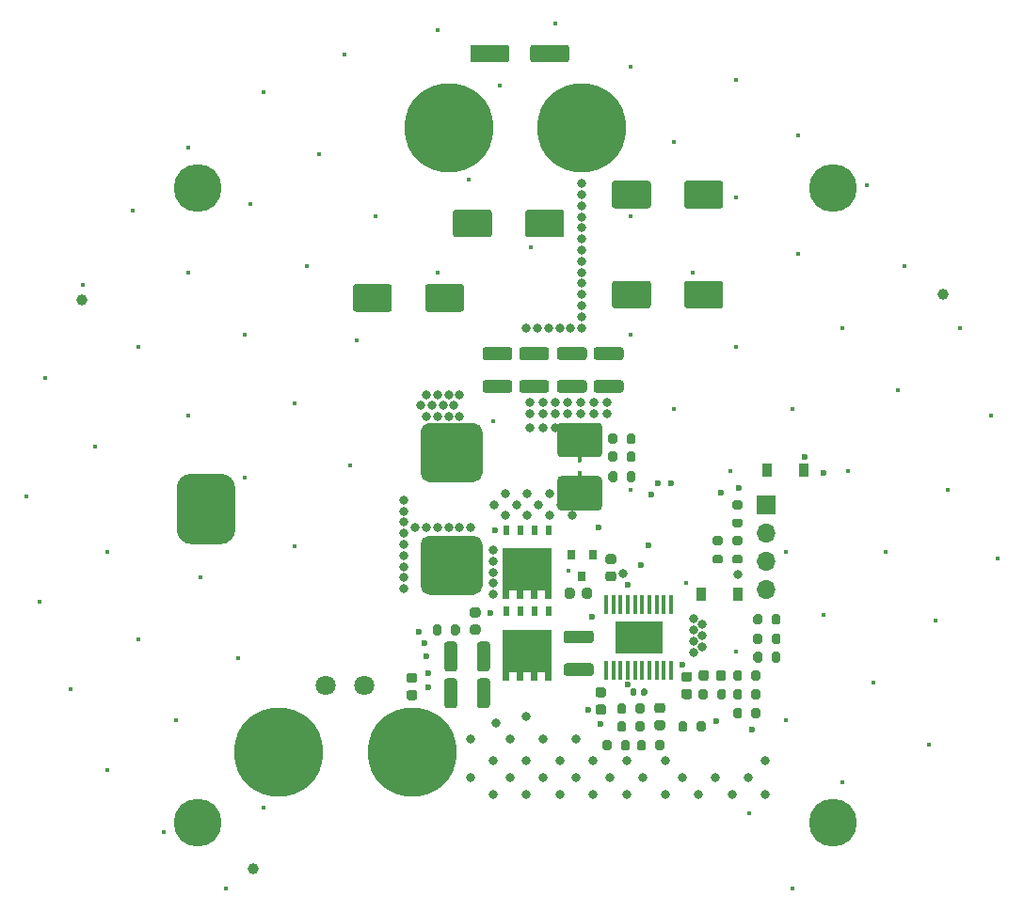
<source format=gbr>
%TF.GenerationSoftware,KiCad,Pcbnew,(5.1.7)-1*%
%TF.CreationDate,2021-06-08T22:26:36+03:00*%
%TF.ProjectId,SynchronousBuck,53796e63-6872-46f6-9e6f-75734275636b,rev?*%
%TF.SameCoordinates,Original*%
%TF.FileFunction,Soldermask,Top*%
%TF.FilePolarity,Negative*%
%FSLAX46Y46*%
G04 Gerber Fmt 4.6, Leading zero omitted, Abs format (unit mm)*
G04 Created by KiCad (PCBNEW (5.1.7)-1) date 2021-06-08 22:26:36*
%MOMM*%
%LPD*%
G01*
G04 APERTURE LIST*
%ADD10R,0.900000X1.200000*%
%ADD11C,1.800000*%
%ADD12R,4.200000X3.000000*%
%ADD13R,0.420000X1.780000*%
%ADD14C,8.000000*%
%ADD15C,4.300000*%
%ADD16C,1.000000*%
%ADD17O,1.700000X1.700000*%
%ADD18R,1.700000X1.700000*%
%ADD19C,0.100000*%
%ADD20R,0.500000X0.850000*%
%ADD21R,0.800000X0.900000*%
%ADD22C,0.800000*%
%ADD23C,0.600000*%
%ADD24C,0.400000*%
G04 APERTURE END LIST*
%TO.C,R102*%
G36*
G01*
X110825000Y-118575000D02*
X110825000Y-118025000D01*
G75*
G02*
X111025000Y-117825000I200000J0D01*
G01*
X111425000Y-117825000D01*
G75*
G02*
X111625000Y-118025000I0J-200000D01*
G01*
X111625000Y-118575000D01*
G75*
G02*
X111425000Y-118775000I-200000J0D01*
G01*
X111025000Y-118775000D01*
G75*
G02*
X110825000Y-118575000I0J200000D01*
G01*
G37*
G36*
G01*
X109175000Y-118575000D02*
X109175000Y-118025000D01*
G75*
G02*
X109375000Y-117825000I200000J0D01*
G01*
X109775000Y-117825000D01*
G75*
G02*
X109975000Y-118025000I0J-200000D01*
G01*
X109975000Y-118575000D01*
G75*
G02*
X109775000Y-118775000I-200000J0D01*
G01*
X109375000Y-118775000D01*
G75*
G02*
X109175000Y-118575000I0J200000D01*
G01*
G37*
%TD*%
%TO.C,R120*%
G36*
G01*
X118475000Y-103575000D02*
X117925000Y-103575000D01*
G75*
G02*
X117725000Y-103375000I0J200000D01*
G01*
X117725000Y-102975000D01*
G75*
G02*
X117925000Y-102775000I200000J0D01*
G01*
X118475000Y-102775000D01*
G75*
G02*
X118675000Y-102975000I0J-200000D01*
G01*
X118675000Y-103375000D01*
G75*
G02*
X118475000Y-103575000I-200000J0D01*
G01*
G37*
G36*
G01*
X118475000Y-105225000D02*
X117925000Y-105225000D01*
G75*
G02*
X117725000Y-105025000I0J200000D01*
G01*
X117725000Y-104625000D01*
G75*
G02*
X117925000Y-104425000I200000J0D01*
G01*
X118475000Y-104425000D01*
G75*
G02*
X118675000Y-104625000I0J-200000D01*
G01*
X118675000Y-105025000D01*
G75*
G02*
X118475000Y-105225000I-200000J0D01*
G01*
G37*
%TD*%
D10*
%TO.C,D103*%
X125950000Y-96800000D03*
X122650000Y-96800000D03*
%TD*%
%TO.C,D102*%
X116714000Y-107950000D03*
X120014000Y-107950000D03*
%TD*%
%TO.C,C114*%
G36*
G01*
X97900000Y-73600000D02*
X97900000Y-75600000D01*
G75*
G02*
X97650000Y-75850000I-250000J0D01*
G01*
X94650000Y-75850000D01*
G75*
G02*
X94400000Y-75600000I0J250000D01*
G01*
X94400000Y-73600000D01*
G75*
G02*
X94650000Y-73350000I250000J0D01*
G01*
X97650000Y-73350000D01*
G75*
G02*
X97900000Y-73600000I0J-250000D01*
G01*
G37*
G36*
G01*
X104400000Y-73600000D02*
X104400000Y-75600000D01*
G75*
G02*
X104150000Y-75850000I-250000J0D01*
G01*
X101150000Y-75850000D01*
G75*
G02*
X100900000Y-75600000I0J250000D01*
G01*
X100900000Y-73600000D01*
G75*
G02*
X101150000Y-73350000I250000J0D01*
G01*
X104150000Y-73350000D01*
G75*
G02*
X104400000Y-73600000I0J-250000D01*
G01*
G37*
%TD*%
%TO.C,C113*%
G36*
G01*
X115200000Y-82000000D02*
X115200000Y-80000000D01*
G75*
G02*
X115450000Y-79750000I250000J0D01*
G01*
X118450000Y-79750000D01*
G75*
G02*
X118700000Y-80000000I0J-250000D01*
G01*
X118700000Y-82000000D01*
G75*
G02*
X118450000Y-82250000I-250000J0D01*
G01*
X115450000Y-82250000D01*
G75*
G02*
X115200000Y-82000000I0J250000D01*
G01*
G37*
G36*
G01*
X108700000Y-82000000D02*
X108700000Y-80000000D01*
G75*
G02*
X108950000Y-79750000I250000J0D01*
G01*
X111950000Y-79750000D01*
G75*
G02*
X112200000Y-80000000I0J-250000D01*
G01*
X112200000Y-82000000D01*
G75*
G02*
X111950000Y-82250000I-250000J0D01*
G01*
X108950000Y-82250000D01*
G75*
G02*
X108700000Y-82000000I0J250000D01*
G01*
G37*
%TD*%
%TO.C,C118*%
G36*
G01*
X88900000Y-80300000D02*
X88900000Y-82300000D01*
G75*
G02*
X88650000Y-82550000I-250000J0D01*
G01*
X85650000Y-82550000D01*
G75*
G02*
X85400000Y-82300000I0J250000D01*
G01*
X85400000Y-80300000D01*
G75*
G02*
X85650000Y-80050000I250000J0D01*
G01*
X88650000Y-80050000D01*
G75*
G02*
X88900000Y-80300000I0J-250000D01*
G01*
G37*
G36*
G01*
X95400000Y-80300000D02*
X95400000Y-82300000D01*
G75*
G02*
X95150000Y-82550000I-250000J0D01*
G01*
X92150000Y-82550000D01*
G75*
G02*
X91900000Y-82300000I0J250000D01*
G01*
X91900000Y-80300000D01*
G75*
G02*
X92150000Y-80050000I250000J0D01*
G01*
X95150000Y-80050000D01*
G75*
G02*
X95400000Y-80300000I0J-250000D01*
G01*
G37*
%TD*%
%TO.C,C112*%
G36*
G01*
X115200000Y-73000000D02*
X115200000Y-71000000D01*
G75*
G02*
X115450000Y-70750000I250000J0D01*
G01*
X118450000Y-70750000D01*
G75*
G02*
X118700000Y-71000000I0J-250000D01*
G01*
X118700000Y-73000000D01*
G75*
G02*
X118450000Y-73250000I-250000J0D01*
G01*
X115450000Y-73250000D01*
G75*
G02*
X115200000Y-73000000I0J250000D01*
G01*
G37*
G36*
G01*
X108700000Y-73000000D02*
X108700000Y-71000000D01*
G75*
G02*
X108950000Y-70750000I250000J0D01*
G01*
X111950000Y-70750000D01*
G75*
G02*
X112200000Y-71000000I0J-250000D01*
G01*
X112200000Y-73000000D01*
G75*
G02*
X111950000Y-73250000I-250000J0D01*
G01*
X108950000Y-73250000D01*
G75*
G02*
X108700000Y-73000000I0J250000D01*
G01*
G37*
%TD*%
%TO.C,C110*%
G36*
G01*
X99450000Y-58750000D02*
X99450000Y-59850000D01*
G75*
G02*
X99200000Y-60100000I-250000J0D01*
G01*
X96200000Y-60100000D01*
G75*
G02*
X95950000Y-59850000I0J250000D01*
G01*
X95950000Y-58750000D01*
G75*
G02*
X96200000Y-58500000I250000J0D01*
G01*
X99200000Y-58500000D01*
G75*
G02*
X99450000Y-58750000I0J-250000D01*
G01*
G37*
G36*
G01*
X104850000Y-58750000D02*
X104850000Y-59850000D01*
G75*
G02*
X104600000Y-60100000I-250000J0D01*
G01*
X101600000Y-60100000D01*
G75*
G02*
X101350000Y-59850000I0J250000D01*
G01*
X101350000Y-58750000D01*
G75*
G02*
X101600000Y-58500000I250000J0D01*
G01*
X104600000Y-58500000D01*
G75*
G02*
X104850000Y-58750000I0J-250000D01*
G01*
G37*
%TD*%
D11*
%TO.C,J104*%
X82950000Y-116200000D03*
X86450000Y-116200000D03*
%TD*%
%TO.C,R123*%
G36*
G01*
X120275000Y-103575000D02*
X119725000Y-103575000D01*
G75*
G02*
X119525000Y-103375000I0J200000D01*
G01*
X119525000Y-102975000D01*
G75*
G02*
X119725000Y-102775000I200000J0D01*
G01*
X120275000Y-102775000D01*
G75*
G02*
X120475000Y-102975000I0J-200000D01*
G01*
X120475000Y-103375000D01*
G75*
G02*
X120275000Y-103575000I-200000J0D01*
G01*
G37*
G36*
G01*
X120275000Y-105225000D02*
X119725000Y-105225000D01*
G75*
G02*
X119525000Y-105025000I0J200000D01*
G01*
X119525000Y-104625000D01*
G75*
G02*
X119725000Y-104425000I200000J0D01*
G01*
X120275000Y-104425000D01*
G75*
G02*
X120475000Y-104625000I0J-200000D01*
G01*
X120475000Y-105025000D01*
G75*
G02*
X120275000Y-105225000I-200000J0D01*
G01*
G37*
%TD*%
%TO.C,C121*%
G36*
G01*
X106800450Y-112400000D02*
X104599550Y-112400000D01*
G75*
G02*
X104350000Y-112150450I0J249550D01*
G01*
X104350000Y-111499550D01*
G75*
G02*
X104599550Y-111250000I249550J0D01*
G01*
X106800450Y-111250000D01*
G75*
G02*
X107050000Y-111499550I0J-249550D01*
G01*
X107050000Y-112150450D01*
G75*
G02*
X106800450Y-112400000I-249550J0D01*
G01*
G37*
G36*
G01*
X106800001Y-115350000D02*
X104599999Y-115350000D01*
G75*
G02*
X104350000Y-115100001I0J249999D01*
G01*
X104350000Y-114449999D01*
G75*
G02*
X104599999Y-114200000I249999J0D01*
G01*
X106800001Y-114200000D01*
G75*
G02*
X107050000Y-114449999I0J-249999D01*
G01*
X107050000Y-115100001D01*
G75*
G02*
X106800001Y-115350000I-249999J0D01*
G01*
G37*
%TD*%
%TO.C,C120*%
G36*
G01*
X94775000Y-115799550D02*
X94775000Y-118000450D01*
G75*
G02*
X94525450Y-118250000I-249550J0D01*
G01*
X93874550Y-118250000D01*
G75*
G02*
X93625000Y-118000450I0J249550D01*
G01*
X93625000Y-115799550D01*
G75*
G02*
X93874550Y-115550000I249550J0D01*
G01*
X94525450Y-115550000D01*
G75*
G02*
X94775000Y-115799550I0J-249550D01*
G01*
G37*
G36*
G01*
X97725000Y-115799999D02*
X97725000Y-118000001D01*
G75*
G02*
X97475001Y-118250000I-249999J0D01*
G01*
X96824999Y-118250000D01*
G75*
G02*
X96575000Y-118000001I0J249999D01*
G01*
X96575000Y-115799999D01*
G75*
G02*
X96824999Y-115550000I249999J0D01*
G01*
X97475001Y-115550000D01*
G75*
G02*
X97725000Y-115799999I0J-249999D01*
G01*
G37*
%TD*%
%TO.C,C119*%
G36*
G01*
X90950000Y-115975000D02*
X90450000Y-115975000D01*
G75*
G02*
X90225000Y-115750000I0J225000D01*
G01*
X90225000Y-115300000D01*
G75*
G02*
X90450000Y-115075000I225000J0D01*
G01*
X90950000Y-115075000D01*
G75*
G02*
X91175000Y-115300000I0J-225000D01*
G01*
X91175000Y-115750000D01*
G75*
G02*
X90950000Y-115975000I-225000J0D01*
G01*
G37*
G36*
G01*
X90950000Y-117525000D02*
X90450000Y-117525000D01*
G75*
G02*
X90225000Y-117300000I0J225000D01*
G01*
X90225000Y-116850000D01*
G75*
G02*
X90450000Y-116625000I225000J0D01*
G01*
X90950000Y-116625000D01*
G75*
G02*
X91175000Y-116850000I0J-225000D01*
G01*
X91175000Y-117300000D01*
G75*
G02*
X90950000Y-117525000I-225000J0D01*
G01*
G37*
%TD*%
%TO.C,C115*%
G36*
G01*
X103999550Y-88700000D02*
X106200450Y-88700000D01*
G75*
G02*
X106450000Y-88949550I0J-249550D01*
G01*
X106450000Y-89600450D01*
G75*
G02*
X106200450Y-89850000I-249550J0D01*
G01*
X103999550Y-89850000D01*
G75*
G02*
X103750000Y-89600450I0J249550D01*
G01*
X103750000Y-88949550D01*
G75*
G02*
X103999550Y-88700000I249550J0D01*
G01*
G37*
G36*
G01*
X103999550Y-85750000D02*
X106200450Y-85750000D01*
G75*
G02*
X106450000Y-85999550I0J-249550D01*
G01*
X106450000Y-86650450D01*
G75*
G02*
X106200450Y-86900000I-249550J0D01*
G01*
X103999550Y-86900000D01*
G75*
G02*
X103750000Y-86650450I0J249550D01*
G01*
X103750000Y-85999550D01*
G75*
G02*
X103999550Y-85750000I249550J0D01*
G01*
G37*
%TD*%
%TO.C,L101*%
G36*
G01*
X96260500Y-108040000D02*
X92259500Y-108040000D01*
G75*
G02*
X91460000Y-107240500I0J799500D01*
G01*
X91460000Y-103509500D01*
G75*
G02*
X92259500Y-102710000I799500J0D01*
G01*
X96260500Y-102710000D01*
G75*
G02*
X97060000Y-103509500I0J-799500D01*
G01*
X97060000Y-107240500D01*
G75*
G02*
X96260500Y-108040000I-799500J0D01*
G01*
G37*
G36*
G01*
X96255500Y-97890000D02*
X92264500Y-97890000D01*
G75*
G02*
X91465000Y-97090500I0J799500D01*
G01*
X91465000Y-93359500D01*
G75*
G02*
X92264500Y-92560000I799500J0D01*
G01*
X96255500Y-92560000D01*
G75*
G02*
X97055000Y-93359500I0J-799500D01*
G01*
X97055000Y-97090500D01*
G75*
G02*
X96255500Y-97890000I-799500J0D01*
G01*
G37*
G36*
G01*
X73500000Y-103475000D02*
X70860000Y-103475000D01*
G75*
G02*
X69540000Y-102155000I0J1320000D01*
G01*
X69540000Y-98445000D01*
G75*
G02*
X70860000Y-97125000I1320000J0D01*
G01*
X73500000Y-97125000D01*
G75*
G02*
X74820000Y-98445000I0J-1320000D01*
G01*
X74820000Y-102155000D01*
G75*
G02*
X73500000Y-103475000I-1320000J0D01*
G01*
G37*
%TD*%
D12*
%TO.C,U101*%
X111100000Y-111900000D03*
D13*
X108175000Y-108930000D03*
X108825000Y-108930000D03*
X109475000Y-108930000D03*
X110125000Y-108930000D03*
X110775000Y-108930000D03*
X111425000Y-108930000D03*
X112075000Y-108930000D03*
X112725000Y-108930000D03*
X113375000Y-108930000D03*
X114025000Y-108930000D03*
X114025000Y-114870000D03*
X113375000Y-114870000D03*
X112725000Y-114870000D03*
X112075000Y-114870000D03*
X111425000Y-114870000D03*
X110775000Y-114870000D03*
X110125000Y-114870000D03*
X109475000Y-114870000D03*
X108825000Y-114870000D03*
X108175000Y-114870000D03*
%TD*%
%TO.C,C117*%
G36*
G01*
X107299550Y-88700000D02*
X109500450Y-88700000D01*
G75*
G02*
X109750000Y-88949550I0J-249550D01*
G01*
X109750000Y-89600450D01*
G75*
G02*
X109500450Y-89850000I-249550J0D01*
G01*
X107299550Y-89850000D01*
G75*
G02*
X107050000Y-89600450I0J249550D01*
G01*
X107050000Y-88949550D01*
G75*
G02*
X107299550Y-88700000I249550J0D01*
G01*
G37*
G36*
G01*
X107299999Y-85750000D02*
X109500001Y-85750000D01*
G75*
G02*
X109750000Y-85999999I0J-249999D01*
G01*
X109750000Y-86650001D01*
G75*
G02*
X109500001Y-86900000I-249999J0D01*
G01*
X107299999Y-86900000D01*
G75*
G02*
X107050000Y-86650001I0J249999D01*
G01*
X107050000Y-85999999D01*
G75*
G02*
X107299999Y-85750000I249999J0D01*
G01*
G37*
%TD*%
%TO.C,C116*%
G36*
G01*
X97299550Y-88700000D02*
X99500450Y-88700000D01*
G75*
G02*
X99750000Y-88949550I0J-249550D01*
G01*
X99750000Y-89600450D01*
G75*
G02*
X99500450Y-89850000I-249550J0D01*
G01*
X97299550Y-89850000D01*
G75*
G02*
X97050000Y-89600450I0J249550D01*
G01*
X97050000Y-88949550D01*
G75*
G02*
X97299550Y-88700000I249550J0D01*
G01*
G37*
G36*
G01*
X97299999Y-85750000D02*
X99500001Y-85750000D01*
G75*
G02*
X99750000Y-85999999I0J-249999D01*
G01*
X99750000Y-86650001D01*
G75*
G02*
X99500001Y-86900000I-249999J0D01*
G01*
X97299999Y-86900000D01*
G75*
G02*
X97050000Y-86650001I0J249999D01*
G01*
X97050000Y-85999999D01*
G75*
G02*
X97299999Y-85750000I249999J0D01*
G01*
G37*
%TD*%
D14*
%TO.C,J103*%
X94000000Y-66000000D03*
X106000000Y-66000000D03*
%TD*%
%TO.C,J101*%
X90700000Y-122200000D03*
X78700000Y-122200000D03*
%TD*%
D15*
%TO.C,H104*%
X128584270Y-71415730D03*
%TD*%
%TO.C,H103*%
X71415730Y-71415730D03*
%TD*%
%TO.C,H102*%
X71415730Y-128584270D03*
%TD*%
%TO.C,H101*%
X128584270Y-128584270D03*
%TD*%
D16*
%TO.C,FID103*%
X61000000Y-81500000D03*
%TD*%
%TO.C,FID102*%
X138500000Y-81000000D03*
%TD*%
%TO.C,FID101*%
X76400000Y-132700000D03*
%TD*%
%TO.C,R121*%
G36*
G01*
X120275000Y-100325000D02*
X119725000Y-100325000D01*
G75*
G02*
X119525000Y-100125000I0J200000D01*
G01*
X119525000Y-99725000D01*
G75*
G02*
X119725000Y-99525000I200000J0D01*
G01*
X120275000Y-99525000D01*
G75*
G02*
X120475000Y-99725000I0J-200000D01*
G01*
X120475000Y-100125000D01*
G75*
G02*
X120275000Y-100325000I-200000J0D01*
G01*
G37*
G36*
G01*
X120275000Y-101975000D02*
X119725000Y-101975000D01*
G75*
G02*
X119525000Y-101775000I0J200000D01*
G01*
X119525000Y-101375000D01*
G75*
G02*
X119725000Y-101175000I200000J0D01*
G01*
X120275000Y-101175000D01*
G75*
G02*
X120475000Y-101375000I0J-200000D01*
G01*
X120475000Y-101775000D01*
G75*
G02*
X120275000Y-101975000I-200000J0D01*
G01*
G37*
%TD*%
%TO.C,R119*%
G36*
G01*
X122225000Y-111725000D02*
X122225000Y-112275000D01*
G75*
G02*
X122025000Y-112475000I-200000J0D01*
G01*
X121625000Y-112475000D01*
G75*
G02*
X121425000Y-112275000I0J200000D01*
G01*
X121425000Y-111725000D01*
G75*
G02*
X121625000Y-111525000I200000J0D01*
G01*
X122025000Y-111525000D01*
G75*
G02*
X122225000Y-111725000I0J-200000D01*
G01*
G37*
G36*
G01*
X123875000Y-111725000D02*
X123875000Y-112275000D01*
G75*
G02*
X123675000Y-112475000I-200000J0D01*
G01*
X123275000Y-112475000D01*
G75*
G02*
X123075000Y-112275000I0J200000D01*
G01*
X123075000Y-111725000D01*
G75*
G02*
X123275000Y-111525000I200000J0D01*
G01*
X123675000Y-111525000D01*
G75*
G02*
X123875000Y-111725000I0J-200000D01*
G01*
G37*
%TD*%
%TO.C,R118*%
G36*
G01*
X123075000Y-110525000D02*
X123075000Y-109975000D01*
G75*
G02*
X123275000Y-109775000I200000J0D01*
G01*
X123675000Y-109775000D01*
G75*
G02*
X123875000Y-109975000I0J-200000D01*
G01*
X123875000Y-110525000D01*
G75*
G02*
X123675000Y-110725000I-200000J0D01*
G01*
X123275000Y-110725000D01*
G75*
G02*
X123075000Y-110525000I0J200000D01*
G01*
G37*
G36*
G01*
X121425000Y-110525000D02*
X121425000Y-109975000D01*
G75*
G02*
X121625000Y-109775000I200000J0D01*
G01*
X122025000Y-109775000D01*
G75*
G02*
X122225000Y-109975000I0J-200000D01*
G01*
X122225000Y-110525000D01*
G75*
G02*
X122025000Y-110725000I-200000J0D01*
G01*
X121625000Y-110725000D01*
G75*
G02*
X121425000Y-110525000I0J200000D01*
G01*
G37*
%TD*%
%TO.C,R117*%
G36*
G01*
X122225000Y-113375000D02*
X122225000Y-113925000D01*
G75*
G02*
X122025000Y-114125000I-200000J0D01*
G01*
X121625000Y-114125000D01*
G75*
G02*
X121425000Y-113925000I0J200000D01*
G01*
X121425000Y-113375000D01*
G75*
G02*
X121625000Y-113175000I200000J0D01*
G01*
X122025000Y-113175000D01*
G75*
G02*
X122225000Y-113375000I0J-200000D01*
G01*
G37*
G36*
G01*
X123875000Y-113375000D02*
X123875000Y-113925000D01*
G75*
G02*
X123675000Y-114125000I-200000J0D01*
G01*
X123275000Y-114125000D01*
G75*
G02*
X123075000Y-113925000I0J200000D01*
G01*
X123075000Y-113375000D01*
G75*
G02*
X123275000Y-113175000I200000J0D01*
G01*
X123675000Y-113175000D01*
G75*
G02*
X123875000Y-113375000I0J-200000D01*
G01*
G37*
%TD*%
D17*
%TO.C,J102*%
X122600000Y-107520000D03*
X122600000Y-104980000D03*
X122600000Y-102440000D03*
D18*
X122600000Y-99900000D03*
%TD*%
%TO.C,R105*%
G36*
G01*
X107490000Y-100450000D02*
X104110000Y-100450000D01*
G75*
G02*
X103800000Y-100140000I0J310000D01*
G01*
X103800000Y-97660000D01*
G75*
G02*
X104110000Y-97350000I310000J0D01*
G01*
X107490000Y-97350000D01*
G75*
G02*
X107800000Y-97660000I0J-310000D01*
G01*
X107800000Y-100140000D01*
G75*
G02*
X107490000Y-100450000I-310000J0D01*
G01*
G37*
G36*
G01*
X107490000Y-95650000D02*
X104110000Y-95650000D01*
G75*
G02*
X103800000Y-95340000I0J310000D01*
G01*
X103800000Y-92860000D01*
G75*
G02*
X104110000Y-92550000I310000J0D01*
G01*
X107490000Y-92550000D01*
G75*
G02*
X107800000Y-92860000I0J-310000D01*
G01*
X107800000Y-95340000D01*
G75*
G02*
X107490000Y-95650000I-310000J0D01*
G01*
G37*
G36*
G01*
X105920000Y-96100000D02*
X105680000Y-96100000D01*
G75*
G02*
X105650000Y-96070000I0J30000D01*
G01*
X105650000Y-95530000D01*
G75*
G02*
X105680000Y-95500000I30000J0D01*
G01*
X105920000Y-95500000D01*
G75*
G02*
X105950000Y-95530000I0J-30000D01*
G01*
X105950000Y-96070000D01*
G75*
G02*
X105920000Y-96100000I-30000J0D01*
G01*
G37*
G36*
G01*
X105920000Y-97500000D02*
X105680000Y-97500000D01*
G75*
G02*
X105650000Y-97470000I0J30000D01*
G01*
X105650000Y-96930000D01*
G75*
G02*
X105680000Y-96900000I30000J0D01*
G01*
X105920000Y-96900000D01*
G75*
G02*
X105950000Y-96930000I0J-30000D01*
G01*
X105950000Y-97470000D01*
G75*
G02*
X105920000Y-97500000I-30000J0D01*
G01*
G37*
%TD*%
%TO.C,C102*%
G36*
G01*
X111300000Y-116970000D02*
X111300000Y-116630000D01*
G75*
G02*
X111440000Y-116490000I140000J0D01*
G01*
X111720000Y-116490000D01*
G75*
G02*
X111860000Y-116630000I0J-140000D01*
G01*
X111860000Y-116970000D01*
G75*
G02*
X111720000Y-117110000I-140000J0D01*
G01*
X111440000Y-117110000D01*
G75*
G02*
X111300000Y-116970000I0J140000D01*
G01*
G37*
G36*
G01*
X110340000Y-116970000D02*
X110340000Y-116630000D01*
G75*
G02*
X110480000Y-116490000I140000J0D01*
G01*
X110760000Y-116490000D01*
G75*
G02*
X110900000Y-116630000I0J-140000D01*
G01*
X110900000Y-116970000D01*
G75*
G02*
X110760000Y-117110000I-140000J0D01*
G01*
X110480000Y-117110000D01*
G75*
G02*
X110340000Y-116970000I0J140000D01*
G01*
G37*
%TD*%
%TO.C,C108*%
G36*
G01*
X96150000Y-110725000D02*
X96650000Y-110725000D01*
G75*
G02*
X96875000Y-110950000I0J-225000D01*
G01*
X96875000Y-111400000D01*
G75*
G02*
X96650000Y-111625000I-225000J0D01*
G01*
X96150000Y-111625000D01*
G75*
G02*
X95925000Y-111400000I0J225000D01*
G01*
X95925000Y-110950000D01*
G75*
G02*
X96150000Y-110725000I225000J0D01*
G01*
G37*
G36*
G01*
X96150000Y-109175000D02*
X96650000Y-109175000D01*
G75*
G02*
X96875000Y-109400000I0J-225000D01*
G01*
X96875000Y-109850000D01*
G75*
G02*
X96650000Y-110075000I-225000J0D01*
G01*
X96150000Y-110075000D01*
G75*
G02*
X95925000Y-109850000I0J225000D01*
G01*
X95925000Y-109400000D01*
G75*
G02*
X96150000Y-109175000I225000J0D01*
G01*
G37*
%TD*%
%TO.C,C107*%
G36*
G01*
X108850000Y-105275000D02*
X108350000Y-105275000D01*
G75*
G02*
X108125000Y-105050000I0J225000D01*
G01*
X108125000Y-104600000D01*
G75*
G02*
X108350000Y-104375000I225000J0D01*
G01*
X108850000Y-104375000D01*
G75*
G02*
X109075000Y-104600000I0J-225000D01*
G01*
X109075000Y-105050000D01*
G75*
G02*
X108850000Y-105275000I-225000J0D01*
G01*
G37*
G36*
G01*
X108850000Y-106825000D02*
X108350000Y-106825000D01*
G75*
G02*
X108125000Y-106600000I0J225000D01*
G01*
X108125000Y-106150000D01*
G75*
G02*
X108350000Y-105925000I225000J0D01*
G01*
X108850000Y-105925000D01*
G75*
G02*
X109075000Y-106150000I0J-225000D01*
G01*
X109075000Y-106600000D01*
G75*
G02*
X108850000Y-106825000I-225000J0D01*
G01*
G37*
%TD*%
%TO.C,C106*%
G36*
G01*
X117400000Y-115050000D02*
X117400000Y-115550000D01*
G75*
G02*
X117175000Y-115775000I-225000J0D01*
G01*
X116725000Y-115775000D01*
G75*
G02*
X116500000Y-115550000I0J225000D01*
G01*
X116500000Y-115050000D01*
G75*
G02*
X116725000Y-114825000I225000J0D01*
G01*
X117175000Y-114825000D01*
G75*
G02*
X117400000Y-115050000I0J-225000D01*
G01*
G37*
G36*
G01*
X118950000Y-115050000D02*
X118950000Y-115550000D01*
G75*
G02*
X118725000Y-115775000I-225000J0D01*
G01*
X118275000Y-115775000D01*
G75*
G02*
X118050000Y-115550000I0J225000D01*
G01*
X118050000Y-115050000D01*
G75*
G02*
X118275000Y-114825000I225000J0D01*
G01*
X118725000Y-114825000D01*
G75*
G02*
X118950000Y-115050000I0J-225000D01*
G01*
G37*
%TD*%
%TO.C,C105*%
G36*
G01*
X105350000Y-107650000D02*
X105350000Y-108150000D01*
G75*
G02*
X105125000Y-108375000I-225000J0D01*
G01*
X104675000Y-108375000D01*
G75*
G02*
X104450000Y-108150000I0J225000D01*
G01*
X104450000Y-107650000D01*
G75*
G02*
X104675000Y-107425000I225000J0D01*
G01*
X105125000Y-107425000D01*
G75*
G02*
X105350000Y-107650000I0J-225000D01*
G01*
G37*
G36*
G01*
X106900000Y-107650000D02*
X106900000Y-108150000D01*
G75*
G02*
X106675000Y-108375000I-225000J0D01*
G01*
X106225000Y-108375000D01*
G75*
G02*
X106000000Y-108150000I0J225000D01*
G01*
X106000000Y-107650000D01*
G75*
G02*
X106225000Y-107425000I225000J0D01*
G01*
X106675000Y-107425000D01*
G75*
G02*
X106900000Y-107650000I0J-225000D01*
G01*
G37*
%TD*%
%TO.C,C104*%
G36*
G01*
X115675000Y-115875000D02*
X115175000Y-115875000D01*
G75*
G02*
X114950000Y-115650000I0J225000D01*
G01*
X114950000Y-115200000D01*
G75*
G02*
X115175000Y-114975000I225000J0D01*
G01*
X115675000Y-114975000D01*
G75*
G02*
X115900000Y-115200000I0J-225000D01*
G01*
X115900000Y-115650000D01*
G75*
G02*
X115675000Y-115875000I-225000J0D01*
G01*
G37*
G36*
G01*
X115675000Y-117425000D02*
X115175000Y-117425000D01*
G75*
G02*
X114950000Y-117200000I0J225000D01*
G01*
X114950000Y-116750000D01*
G75*
G02*
X115175000Y-116525000I225000J0D01*
G01*
X115675000Y-116525000D01*
G75*
G02*
X115900000Y-116750000I0J-225000D01*
G01*
X115900000Y-117200000D01*
G75*
G02*
X115675000Y-117425000I-225000J0D01*
G01*
G37*
%TD*%
%TO.C,C103*%
G36*
G01*
X112750000Y-119325000D02*
X113250000Y-119325000D01*
G75*
G02*
X113475000Y-119550000I0J-225000D01*
G01*
X113475000Y-120000000D01*
G75*
G02*
X113250000Y-120225000I-225000J0D01*
G01*
X112750000Y-120225000D01*
G75*
G02*
X112525000Y-120000000I0J225000D01*
G01*
X112525000Y-119550000D01*
G75*
G02*
X112750000Y-119325000I225000J0D01*
G01*
G37*
G36*
G01*
X112750000Y-117775000D02*
X113250000Y-117775000D01*
G75*
G02*
X113475000Y-118000000I0J-225000D01*
G01*
X113475000Y-118450000D01*
G75*
G02*
X113250000Y-118675000I-225000J0D01*
G01*
X112750000Y-118675000D01*
G75*
G02*
X112525000Y-118450000I0J225000D01*
G01*
X112525000Y-118000000D01*
G75*
G02*
X112750000Y-117775000I225000J0D01*
G01*
G37*
%TD*%
%TO.C,R116*%
G36*
G01*
X120400000Y-116725000D02*
X120400000Y-117275000D01*
G75*
G02*
X120200000Y-117475000I-200000J0D01*
G01*
X119800000Y-117475000D01*
G75*
G02*
X119600000Y-117275000I0J200000D01*
G01*
X119600000Y-116725000D01*
G75*
G02*
X119800000Y-116525000I200000J0D01*
G01*
X120200000Y-116525000D01*
G75*
G02*
X120400000Y-116725000I0J-200000D01*
G01*
G37*
G36*
G01*
X122050000Y-116725000D02*
X122050000Y-117275000D01*
G75*
G02*
X121850000Y-117475000I-200000J0D01*
G01*
X121450000Y-117475000D01*
G75*
G02*
X121250000Y-117275000I0J200000D01*
G01*
X121250000Y-116725000D01*
G75*
G02*
X121450000Y-116525000I200000J0D01*
G01*
X121850000Y-116525000D01*
G75*
G02*
X122050000Y-116725000I0J-200000D01*
G01*
G37*
%TD*%
%TO.C,R115*%
G36*
G01*
X120400000Y-118425000D02*
X120400000Y-118975000D01*
G75*
G02*
X120200000Y-119175000I-200000J0D01*
G01*
X119800000Y-119175000D01*
G75*
G02*
X119600000Y-118975000I0J200000D01*
G01*
X119600000Y-118425000D01*
G75*
G02*
X119800000Y-118225000I200000J0D01*
G01*
X120200000Y-118225000D01*
G75*
G02*
X120400000Y-118425000I0J-200000D01*
G01*
G37*
G36*
G01*
X122050000Y-118425000D02*
X122050000Y-118975000D01*
G75*
G02*
X121850000Y-119175000I-200000J0D01*
G01*
X121450000Y-119175000D01*
G75*
G02*
X121250000Y-118975000I0J200000D01*
G01*
X121250000Y-118425000D01*
G75*
G02*
X121450000Y-118225000I200000J0D01*
G01*
X121850000Y-118225000D01*
G75*
G02*
X122050000Y-118425000I0J-200000D01*
G01*
G37*
%TD*%
%TO.C,R114*%
G36*
G01*
X110025000Y-94275000D02*
X110025000Y-93725000D01*
G75*
G02*
X110225000Y-93525000I200000J0D01*
G01*
X110625000Y-93525000D01*
G75*
G02*
X110825000Y-93725000I0J-200000D01*
G01*
X110825000Y-94275000D01*
G75*
G02*
X110625000Y-94475000I-200000J0D01*
G01*
X110225000Y-94475000D01*
G75*
G02*
X110025000Y-94275000I0J200000D01*
G01*
G37*
G36*
G01*
X108375000Y-94275000D02*
X108375000Y-93725000D01*
G75*
G02*
X108575000Y-93525000I200000J0D01*
G01*
X108975000Y-93525000D01*
G75*
G02*
X109175000Y-93725000I0J-200000D01*
G01*
X109175000Y-94275000D01*
G75*
G02*
X108975000Y-94475000I-200000J0D01*
G01*
X108575000Y-94475000D01*
G75*
G02*
X108375000Y-94275000I0J200000D01*
G01*
G37*
%TD*%
%TO.C,R113*%
G36*
G01*
X110025000Y-95875000D02*
X110025000Y-95325000D01*
G75*
G02*
X110225000Y-95125000I200000J0D01*
G01*
X110625000Y-95125000D01*
G75*
G02*
X110825000Y-95325000I0J-200000D01*
G01*
X110825000Y-95875000D01*
G75*
G02*
X110625000Y-96075000I-200000J0D01*
G01*
X110225000Y-96075000D01*
G75*
G02*
X110025000Y-95875000I0J200000D01*
G01*
G37*
G36*
G01*
X108375000Y-95875000D02*
X108375000Y-95325000D01*
G75*
G02*
X108575000Y-95125000I200000J0D01*
G01*
X108975000Y-95125000D01*
G75*
G02*
X109175000Y-95325000I0J-200000D01*
G01*
X109175000Y-95875000D01*
G75*
G02*
X108975000Y-96075000I-200000J0D01*
G01*
X108575000Y-96075000D01*
G75*
G02*
X108375000Y-95875000I0J200000D01*
G01*
G37*
%TD*%
%TO.C,R112*%
G36*
G01*
X110025000Y-97675000D02*
X110025000Y-97125000D01*
G75*
G02*
X110225000Y-96925000I200000J0D01*
G01*
X110625000Y-96925000D01*
G75*
G02*
X110825000Y-97125000I0J-200000D01*
G01*
X110825000Y-97675000D01*
G75*
G02*
X110625000Y-97875000I-200000J0D01*
G01*
X110225000Y-97875000D01*
G75*
G02*
X110025000Y-97675000I0J200000D01*
G01*
G37*
G36*
G01*
X108375000Y-97675000D02*
X108375000Y-97125000D01*
G75*
G02*
X108575000Y-96925000I200000J0D01*
G01*
X108975000Y-96925000D01*
G75*
G02*
X109175000Y-97125000I0J-200000D01*
G01*
X109175000Y-97675000D01*
G75*
G02*
X108975000Y-97875000I-200000J0D01*
G01*
X108575000Y-97875000D01*
G75*
G02*
X108375000Y-97675000I0J200000D01*
G01*
G37*
%TD*%
%TO.C,R111*%
G36*
G01*
X111750000Y-121325000D02*
X111750000Y-121875000D01*
G75*
G02*
X111550000Y-122075000I-200000J0D01*
G01*
X111150000Y-122075000D01*
G75*
G02*
X110950000Y-121875000I0J200000D01*
G01*
X110950000Y-121325000D01*
G75*
G02*
X111150000Y-121125000I200000J0D01*
G01*
X111550000Y-121125000D01*
G75*
G02*
X111750000Y-121325000I0J-200000D01*
G01*
G37*
G36*
G01*
X113400000Y-121325000D02*
X113400000Y-121875000D01*
G75*
G02*
X113200000Y-122075000I-200000J0D01*
G01*
X112800000Y-122075000D01*
G75*
G02*
X112600000Y-121875000I0J200000D01*
G01*
X112600000Y-121325000D01*
G75*
G02*
X112800000Y-121125000I200000J0D01*
G01*
X113200000Y-121125000D01*
G75*
G02*
X113400000Y-121325000I0J-200000D01*
G01*
G37*
%TD*%
D19*
%TO.C,Q102*%
G36*
X102705000Y-108425000D02*
G01*
X102705000Y-107625000D01*
X102035000Y-107625000D01*
X102035000Y-108425000D01*
X101435000Y-108425000D01*
X101435000Y-107625000D01*
X100765000Y-107625000D01*
X100765000Y-108425000D01*
X100165000Y-108425000D01*
X100165000Y-107625000D01*
X99495000Y-107625000D01*
X99495000Y-108425000D01*
X98895000Y-108425000D01*
X98895000Y-103875000D01*
X103305000Y-103875000D01*
X103305000Y-108425000D01*
X102705000Y-108425000D01*
G37*
D20*
X99195000Y-102200000D03*
X100465000Y-102200000D03*
X101735000Y-102200000D03*
X103005000Y-102200000D03*
%TD*%
%TO.C,R108*%
G36*
G01*
X115475000Y-119625000D02*
X115475000Y-120175000D01*
G75*
G02*
X115275000Y-120375000I-200000J0D01*
G01*
X114875000Y-120375000D01*
G75*
G02*
X114675000Y-120175000I0J200000D01*
G01*
X114675000Y-119625000D01*
G75*
G02*
X114875000Y-119425000I200000J0D01*
G01*
X115275000Y-119425000D01*
G75*
G02*
X115475000Y-119625000I0J-200000D01*
G01*
G37*
G36*
G01*
X117125000Y-119625000D02*
X117125000Y-120175000D01*
G75*
G02*
X116925000Y-120375000I-200000J0D01*
G01*
X116525000Y-120375000D01*
G75*
G02*
X116325000Y-120175000I0J200000D01*
G01*
X116325000Y-119625000D01*
G75*
G02*
X116525000Y-119425000I200000J0D01*
G01*
X116925000Y-119425000D01*
G75*
G02*
X117125000Y-119625000I0J-200000D01*
G01*
G37*
%TD*%
%TO.C,R107*%
G36*
G01*
X121250000Y-115575000D02*
X121250000Y-115025000D01*
G75*
G02*
X121450000Y-114825000I200000J0D01*
G01*
X121850000Y-114825000D01*
G75*
G02*
X122050000Y-115025000I0J-200000D01*
G01*
X122050000Y-115575000D01*
G75*
G02*
X121850000Y-115775000I-200000J0D01*
G01*
X121450000Y-115775000D01*
G75*
G02*
X121250000Y-115575000I0J200000D01*
G01*
G37*
G36*
G01*
X119600000Y-115575000D02*
X119600000Y-115025000D01*
G75*
G02*
X119800000Y-114825000I200000J0D01*
G01*
X120200000Y-114825000D01*
G75*
G02*
X120400000Y-115025000I0J-200000D01*
G01*
X120400000Y-115575000D01*
G75*
G02*
X120200000Y-115775000I-200000J0D01*
G01*
X119800000Y-115775000D01*
G75*
G02*
X119600000Y-115575000I0J200000D01*
G01*
G37*
%TD*%
%TO.C,R106*%
G36*
G01*
X93375000Y-110925000D02*
X93375000Y-111475000D01*
G75*
G02*
X93175000Y-111675000I-200000J0D01*
G01*
X92775000Y-111675000D01*
G75*
G02*
X92575000Y-111475000I0J200000D01*
G01*
X92575000Y-110925000D01*
G75*
G02*
X92775000Y-110725000I200000J0D01*
G01*
X93175000Y-110725000D01*
G75*
G02*
X93375000Y-110925000I0J-200000D01*
G01*
G37*
G36*
G01*
X95025000Y-110925000D02*
X95025000Y-111475000D01*
G75*
G02*
X94825000Y-111675000I-200000J0D01*
G01*
X94425000Y-111675000D01*
G75*
G02*
X94225000Y-111475000I0J200000D01*
G01*
X94225000Y-110925000D01*
G75*
G02*
X94425000Y-110725000I200000J0D01*
G01*
X94825000Y-110725000D01*
G75*
G02*
X95025000Y-110925000I0J-200000D01*
G01*
G37*
%TD*%
%TO.C,R104*%
G36*
G01*
X117300000Y-116725000D02*
X117300000Y-117275000D01*
G75*
G02*
X117100000Y-117475000I-200000J0D01*
G01*
X116700000Y-117475000D01*
G75*
G02*
X116500000Y-117275000I0J200000D01*
G01*
X116500000Y-116725000D01*
G75*
G02*
X116700000Y-116525000I200000J0D01*
G01*
X117100000Y-116525000D01*
G75*
G02*
X117300000Y-116725000I0J-200000D01*
G01*
G37*
G36*
G01*
X118950000Y-116725000D02*
X118950000Y-117275000D01*
G75*
G02*
X118750000Y-117475000I-200000J0D01*
G01*
X118350000Y-117475000D01*
G75*
G02*
X118150000Y-117275000I0J200000D01*
G01*
X118150000Y-116725000D01*
G75*
G02*
X118350000Y-116525000I200000J0D01*
G01*
X118750000Y-116525000D01*
G75*
G02*
X118950000Y-116725000I0J-200000D01*
G01*
G37*
%TD*%
%TO.C,R103*%
G36*
G01*
X110825000Y-120175000D02*
X110825000Y-119625000D01*
G75*
G02*
X111025000Y-119425000I200000J0D01*
G01*
X111425000Y-119425000D01*
G75*
G02*
X111625000Y-119625000I0J-200000D01*
G01*
X111625000Y-120175000D01*
G75*
G02*
X111425000Y-120375000I-200000J0D01*
G01*
X111025000Y-120375000D01*
G75*
G02*
X110825000Y-120175000I0J200000D01*
G01*
G37*
G36*
G01*
X109175000Y-120175000D02*
X109175000Y-119625000D01*
G75*
G02*
X109375000Y-119425000I200000J0D01*
G01*
X109775000Y-119425000D01*
G75*
G02*
X109975000Y-119625000I0J-200000D01*
G01*
X109975000Y-120175000D01*
G75*
G02*
X109775000Y-120375000I-200000J0D01*
G01*
X109375000Y-120375000D01*
G75*
G02*
X109175000Y-120175000I0J200000D01*
G01*
G37*
%TD*%
%TO.C,R101*%
G36*
G01*
X108650000Y-121325000D02*
X108650000Y-121875000D01*
G75*
G02*
X108450000Y-122075000I-200000J0D01*
G01*
X108050000Y-122075000D01*
G75*
G02*
X107850000Y-121875000I0J200000D01*
G01*
X107850000Y-121325000D01*
G75*
G02*
X108050000Y-121125000I200000J0D01*
G01*
X108450000Y-121125000D01*
G75*
G02*
X108650000Y-121325000I0J-200000D01*
G01*
G37*
G36*
G01*
X110300000Y-121325000D02*
X110300000Y-121875000D01*
G75*
G02*
X110100000Y-122075000I-200000J0D01*
G01*
X109700000Y-122075000D01*
G75*
G02*
X109500000Y-121875000I0J200000D01*
G01*
X109500000Y-121325000D01*
G75*
G02*
X109700000Y-121125000I200000J0D01*
G01*
X110100000Y-121125000D01*
G75*
G02*
X110300000Y-121325000I0J-200000D01*
G01*
G37*
%TD*%
D19*
%TO.C,Q101*%
G36*
X102705000Y-115775000D02*
G01*
X102705000Y-114975000D01*
X102035000Y-114975000D01*
X102035000Y-115775000D01*
X101435000Y-115775000D01*
X101435000Y-114975000D01*
X100765000Y-114975000D01*
X100765000Y-115775000D01*
X100165000Y-115775000D01*
X100165000Y-114975000D01*
X99495000Y-114975000D01*
X99495000Y-115775000D01*
X98895000Y-115775000D01*
X98895000Y-111225000D01*
X103305000Y-111225000D01*
X103305000Y-115775000D01*
X102705000Y-115775000D01*
G37*
D20*
X99195000Y-109550000D03*
X100465000Y-109550000D03*
X101735000Y-109550000D03*
X103005000Y-109550000D03*
%TD*%
D21*
%TO.C,D101*%
X106000000Y-106400000D03*
X105050000Y-104400000D03*
X106950000Y-104400000D03*
%TD*%
%TO.C,C111*%
G36*
G01*
X94775000Y-112499550D02*
X94775000Y-114700450D01*
G75*
G02*
X94525450Y-114950000I-249550J0D01*
G01*
X93874550Y-114950000D01*
G75*
G02*
X93625000Y-114700450I0J249550D01*
G01*
X93625000Y-112499550D01*
G75*
G02*
X93874550Y-112250000I249550J0D01*
G01*
X94525450Y-112250000D01*
G75*
G02*
X94775000Y-112499550I0J-249550D01*
G01*
G37*
G36*
G01*
X97725000Y-112499999D02*
X97725000Y-114700001D01*
G75*
G02*
X97475001Y-114950000I-249999J0D01*
G01*
X96824999Y-114950000D01*
G75*
G02*
X96575000Y-114700001I0J249999D01*
G01*
X96575000Y-112499999D01*
G75*
G02*
X96824999Y-112250000I249999J0D01*
G01*
X97475001Y-112250000D01*
G75*
G02*
X97725000Y-112499999I0J-249999D01*
G01*
G37*
%TD*%
%TO.C,C109*%
G36*
G01*
X100599550Y-88700000D02*
X102800450Y-88700000D01*
G75*
G02*
X103050000Y-88949550I0J-249550D01*
G01*
X103050000Y-89600450D01*
G75*
G02*
X102800450Y-89850000I-249550J0D01*
G01*
X100599550Y-89850000D01*
G75*
G02*
X100350000Y-89600450I0J249550D01*
G01*
X100350000Y-88949550D01*
G75*
G02*
X100599550Y-88700000I249550J0D01*
G01*
G37*
G36*
G01*
X100599550Y-85750000D02*
X102800450Y-85750000D01*
G75*
G02*
X103050000Y-85999550I0J-249550D01*
G01*
X103050000Y-86650450D01*
G75*
G02*
X102800450Y-86900000I-249550J0D01*
G01*
X100599550Y-86900000D01*
G75*
G02*
X100350000Y-86650450I0J249550D01*
G01*
X100350000Y-85999550D01*
G75*
G02*
X100599550Y-85750000I249550J0D01*
G01*
G37*
%TD*%
%TO.C,C101*%
G36*
G01*
X107450000Y-117925000D02*
X107950000Y-117925000D01*
G75*
G02*
X108175000Y-118150000I0J-225000D01*
G01*
X108175000Y-118600000D01*
G75*
G02*
X107950000Y-118825000I-225000J0D01*
G01*
X107450000Y-118825000D01*
G75*
G02*
X107225000Y-118600000I0J225000D01*
G01*
X107225000Y-118150000D01*
G75*
G02*
X107450000Y-117925000I225000J0D01*
G01*
G37*
G36*
G01*
X107450000Y-116375000D02*
X107950000Y-116375000D01*
G75*
G02*
X108175000Y-116600000I0J-225000D01*
G01*
X108175000Y-117050000D01*
G75*
G02*
X107950000Y-117275000I-225000J0D01*
G01*
X107450000Y-117275000D01*
G75*
G02*
X107225000Y-117050000I0J225000D01*
G01*
X107225000Y-116600000D01*
G75*
G02*
X107450000Y-116375000I225000J0D01*
G01*
G37*
%TD*%
D22*
X105900000Y-90700000D03*
X107100000Y-90700000D03*
X103600000Y-90700000D03*
X104700000Y-90700000D03*
X108300000Y-90700000D03*
X101300000Y-90700000D03*
X102500000Y-90700000D03*
X116008000Y-113200000D03*
X109700000Y-106100000D03*
X116008000Y-112200000D03*
X116008000Y-111200000D03*
X116008000Y-110200000D03*
X116808000Y-112700000D03*
X116808000Y-111700000D03*
X116808000Y-110700000D03*
D23*
X107500000Y-102000000D03*
X112200000Y-99000000D03*
D22*
X107100000Y-91700000D03*
X105900000Y-91700000D03*
X104700000Y-91700000D03*
X103600000Y-91700000D03*
X102500000Y-91700000D03*
X103600000Y-93000000D03*
X102500000Y-93000000D03*
X101300000Y-93000000D03*
X101300000Y-91700000D03*
X108300000Y-91700000D03*
D23*
X121300000Y-120200000D03*
X118100000Y-119400000D03*
X112000000Y-103600000D03*
X106525000Y-118375000D03*
X107700000Y-119700000D03*
D24*
X56044999Y-99164999D03*
X57164999Y-108684999D03*
X57724999Y-88524999D03*
X59964999Y-116524999D03*
X61084999Y-80124999D03*
X62204999Y-94684999D03*
X63324999Y-104204999D03*
X63324999Y-123804999D03*
X65564999Y-73404999D03*
X66124999Y-85724999D03*
X66124999Y-112044999D03*
X68364999Y-129404999D03*
X69484999Y-119324999D03*
X70604999Y-67804999D03*
X70604999Y-79004999D03*
X70604999Y-91884999D03*
X71724999Y-106444999D03*
X73964999Y-134444999D03*
X75084999Y-113724999D03*
X75644999Y-84604999D03*
X75644999Y-97484999D03*
X76204999Y-72844999D03*
X77324999Y-62764999D03*
X77324999Y-127164999D03*
X80124999Y-90764999D03*
X80124999Y-103644999D03*
X81244999Y-78444999D03*
X82364999Y-68364999D03*
X84604999Y-59404999D03*
X85164999Y-96364999D03*
X85724999Y-85164999D03*
X87404999Y-73964999D03*
X93004999Y-57164999D03*
X93004999Y-79004999D03*
X95804999Y-70604999D03*
X98044999Y-92444999D03*
X98604999Y-62204999D03*
X101404999Y-76764999D03*
X103644999Y-56604999D03*
X104764999Y-105884999D03*
X110364999Y-60524999D03*
X110364999Y-73964999D03*
X110364999Y-84604999D03*
X110364999Y-98604999D03*
X114284999Y-67244999D03*
X114284999Y-91324999D03*
X115404999Y-107004999D03*
X115964999Y-79004999D03*
X119324999Y-96924999D03*
X119884999Y-61644999D03*
X119884999Y-72284999D03*
X119884999Y-85724999D03*
X119884999Y-113164999D03*
X121004999Y-127724999D03*
X124364999Y-104140000D03*
X124364999Y-119324999D03*
X124924999Y-91324999D03*
X124924999Y-134444999D03*
X125484999Y-66684999D03*
X125484999Y-77324999D03*
X127724999Y-109804999D03*
X129404999Y-84044999D03*
X129404999Y-124924999D03*
X129964999Y-96924999D03*
X131644999Y-71164999D03*
X132204999Y-115964999D03*
X133324999Y-104204999D03*
X134444999Y-89644999D03*
X135004999Y-78444999D03*
X137244999Y-121564999D03*
X137804999Y-110364999D03*
X138924999Y-98604999D03*
X140044999Y-84044999D03*
X142844999Y-91884999D03*
X143404999Y-104764999D03*
D23*
X91300000Y-111400000D03*
X91800000Y-112400000D03*
X92000000Y-113600000D03*
X92200000Y-116400000D03*
X92200000Y-115100000D03*
X127700000Y-97100000D03*
X126000000Y-95600000D03*
X118500000Y-98800000D03*
X120100000Y-98400000D03*
D22*
X105500000Y-121000000D03*
X101000000Y-119000000D03*
X98300000Y-119600000D03*
X96000000Y-121000000D03*
X99500000Y-121000000D03*
X102500000Y-121000000D03*
X122500000Y-126000000D03*
X122500000Y-123000000D03*
X121000000Y-124500000D03*
X119500000Y-126000000D03*
X116500000Y-126000000D03*
X113500000Y-126000000D03*
X113500000Y-123000000D03*
X115000000Y-124500000D03*
X111500000Y-124500000D03*
X110000000Y-126000000D03*
X110000000Y-123000000D03*
X107000000Y-126000000D03*
X107000000Y-123000000D03*
X104000000Y-126000000D03*
X104000000Y-123000000D03*
X108500000Y-124500000D03*
X105500000Y-124500000D03*
X101000000Y-126000000D03*
X101000000Y-123000000D03*
X102500000Y-124500000D03*
X98000000Y-126000000D03*
X99500000Y-124500000D03*
X98000000Y-123000000D03*
X96000000Y-124500000D03*
X118000000Y-124500000D03*
D23*
X110135000Y-116100000D03*
D22*
X99100000Y-100900000D03*
X105100000Y-98900000D03*
X104100000Y-99900000D03*
X105100000Y-100900000D03*
X103100000Y-100900000D03*
X101100000Y-100900000D03*
X100100000Y-99900000D03*
X102100000Y-99900000D03*
X103100000Y-98900000D03*
X101100000Y-98900000D03*
X99100000Y-98900000D03*
X98100000Y-99900000D03*
D23*
X114000000Y-98000000D03*
X112800000Y-98000000D03*
D22*
X90000000Y-99500000D03*
X90000000Y-100500000D03*
X90000000Y-101500000D03*
X90000000Y-102500000D03*
X90000000Y-103500000D03*
X90000000Y-104500000D03*
X90000000Y-105500000D03*
X90000000Y-106500000D03*
X90000000Y-107500000D03*
X98000000Y-108000000D03*
X98000000Y-107000000D03*
X98000000Y-106000000D03*
X98000000Y-105000000D03*
X98000000Y-104000000D03*
X91000000Y-102000000D03*
X92000000Y-102000000D03*
X93000000Y-102000000D03*
X94000000Y-102000000D03*
X95000000Y-102000000D03*
X96000000Y-102000000D03*
D23*
X97800000Y-109700000D03*
X106900000Y-110000000D03*
X98200000Y-102200000D03*
X111300000Y-105400000D03*
D22*
X105000000Y-84000000D03*
X103000000Y-84000000D03*
X102000000Y-84000000D03*
X104000000Y-84000000D03*
X101000000Y-84000000D03*
X106000000Y-71000000D03*
X106000000Y-72000000D03*
X106000000Y-73000000D03*
X106000000Y-74000000D03*
X106000000Y-75000000D03*
X106000000Y-76000000D03*
X106000000Y-77000000D03*
X106000000Y-78000000D03*
X106000000Y-79000000D03*
X106000000Y-81000000D03*
X106000000Y-80000000D03*
X106000000Y-82000000D03*
X106000000Y-83000000D03*
X106000000Y-84000000D03*
D23*
X110100000Y-107100000D03*
X115000000Y-114300000D03*
D22*
X95000000Y-92000000D03*
X94000000Y-92000000D03*
X93000000Y-92000000D03*
X92000000Y-92000000D03*
X91500000Y-91000000D03*
X92500000Y-91000000D03*
X93500000Y-91000000D03*
X94500000Y-91000000D03*
X95000000Y-90000000D03*
X94000000Y-90000000D03*
X93000000Y-90000000D03*
X92000000Y-90000000D03*
X120000000Y-106200000D03*
M02*

</source>
